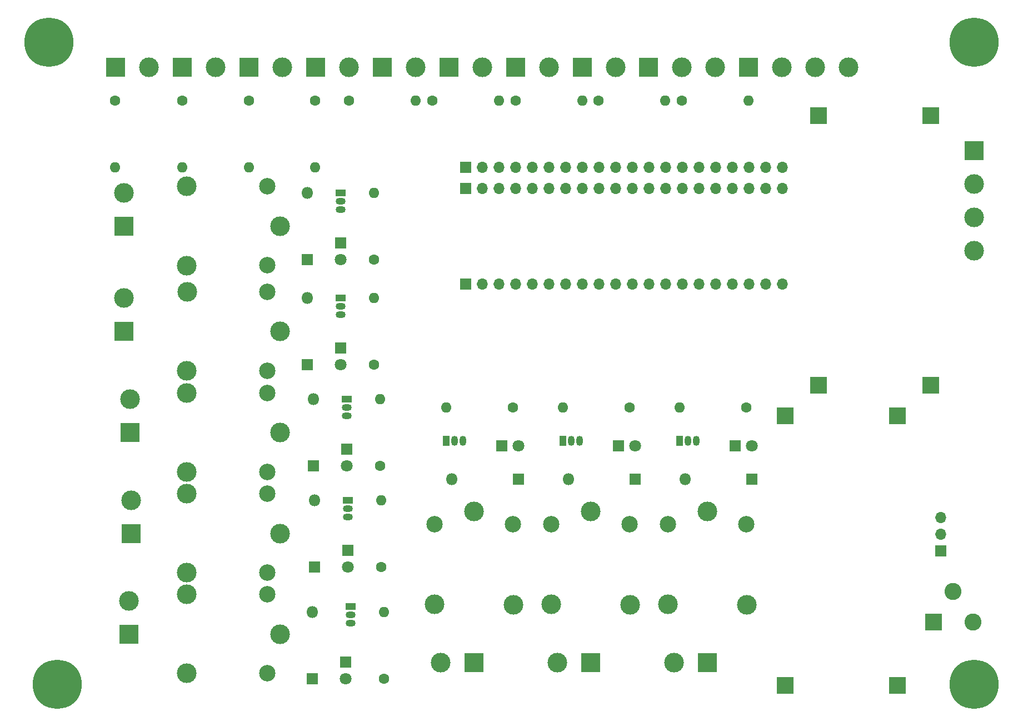
<source format=gbr>
%TF.GenerationSoftware,KiCad,Pcbnew,8.0.1*%
%TF.CreationDate,2024-04-18T20:35:38+03:00*%
%TF.ProjectId,oxygen_harvester,6f787967-656e-45f6-9861-727665737465,rev?*%
%TF.SameCoordinates,Original*%
%TF.FileFunction,Soldermask,Top*%
%TF.FilePolarity,Negative*%
%FSLAX46Y46*%
G04 Gerber Fmt 4.6, Leading zero omitted, Abs format (unit mm)*
G04 Created by KiCad (PCBNEW 8.0.1) date 2024-04-18 20:35:38*
%MOMM*%
%LPD*%
G01*
G04 APERTURE LIST*
%ADD10R,1.050000X1.500000*%
%ADD11O,1.050000X1.500000*%
%ADD12C,1.600000*%
%ADD13O,1.600000X1.600000*%
%ADD14C,3.000000*%
%ADD15C,2.500000*%
%ADD16R,3.000000X3.000000*%
%ADD17R,2.600000X2.600000*%
%ADD18C,2.600000*%
%ADD19C,7.500000*%
%ADD20R,1.800000X1.800000*%
%ADD21C,1.800000*%
%ADD22R,1.700000X1.700000*%
%ADD23O,1.700000X1.700000*%
%ADD24R,1.500000X1.050000*%
%ADD25O,1.500000X1.050000*%
%ADD26O,1.800000X1.800000*%
%ADD27R,2.500000X2.500000*%
G04 APERTURE END LIST*
D10*
%TO.C,Q7*%
X160880000Y-110240000D03*
D11*
X162150000Y-110240000D03*
X163420000Y-110240000D03*
%TD*%
D12*
%TO.C,R13*%
X102870000Y-58420000D03*
D13*
X102870000Y-68580000D03*
%TD*%
D14*
%TO.C,K7*%
X165100000Y-121040000D03*
D15*
X159050000Y-122990000D03*
D14*
X159050000Y-135190000D03*
X171100000Y-135240000D03*
D15*
X171050000Y-122990000D03*
%TD*%
D14*
%TO.C,K6*%
X147320000Y-121040000D03*
D15*
X141270000Y-122990000D03*
D14*
X141270000Y-135190000D03*
X153320000Y-135240000D03*
D15*
X153270000Y-122990000D03*
%TD*%
D16*
%TO.C,J17*%
X143510000Y-53340000D03*
D14*
X148590000Y-53340000D03*
%TD*%
D17*
%TO.C,J1*%
X217320000Y-137910000D03*
D18*
X223320000Y-137910000D03*
X220320000Y-133210000D03*
%TD*%
D16*
%TO.C,J12*%
X94740000Y-139700000D03*
D14*
X94740000Y-134620000D03*
%TD*%
D19*
%TO.C,H4*%
X82550000Y-49530000D03*
%TD*%
D20*
%TO.C,D14*%
X151560000Y-111000000D03*
D21*
X154100000Y-111000000D03*
%TD*%
D16*
%TO.C,J11*%
X95030000Y-124370000D03*
D14*
X95030000Y-119290000D03*
%TD*%
D12*
%TO.C,R2*%
X132080000Y-82660000D03*
D13*
X132080000Y-72500000D03*
%TD*%
D19*
%TO.C,H2*%
X83820000Y-147320000D03*
%TD*%
D22*
%TO.C,J2*%
X146055000Y-86360000D03*
D23*
X148595000Y-86360000D03*
X151135000Y-86360000D03*
X153675000Y-86360000D03*
X156215000Y-86360000D03*
X158755000Y-86360000D03*
X161295000Y-86360000D03*
X163835000Y-86360000D03*
X166375000Y-86360000D03*
X168915000Y-86360000D03*
X171455000Y-86360000D03*
X173995000Y-86360000D03*
X176535000Y-86360000D03*
X179075000Y-86360000D03*
X181615000Y-86360000D03*
X184155000Y-86360000D03*
X186695000Y-86360000D03*
X189235000Y-86360000D03*
X191775000Y-86360000D03*
X194315000Y-86360000D03*
%TD*%
D19*
%TO.C,H3*%
X223520000Y-49530000D03*
%TD*%
D12*
%TO.C,R1*%
X178990000Y-58420000D03*
D13*
X189150000Y-58420000D03*
%TD*%
D24*
%TO.C,Q3*%
X127880000Y-103940000D03*
D25*
X127880000Y-105210000D03*
X127880000Y-106480000D03*
%TD*%
D16*
%TO.C,J20*%
X153670000Y-53340000D03*
D14*
X158750000Y-53340000D03*
%TD*%
D16*
%TO.C,J9*%
X94000000Y-93610000D03*
D14*
X94000000Y-88530000D03*
%TD*%
D20*
%TO.C,D5*%
X127000000Y-80120000D03*
D21*
X127000000Y-82660000D03*
%TD*%
D14*
%TO.C,K2*%
X117740000Y-93610000D03*
D15*
X115790000Y-87560000D03*
D14*
X103590000Y-87560000D03*
X103540000Y-99610000D03*
D15*
X115790000Y-99560000D03*
%TD*%
D24*
%TO.C,Q4*%
X128050000Y-119290000D03*
D25*
X128050000Y-120560000D03*
X128050000Y-121830000D03*
%TD*%
D12*
%TO.C,R3*%
X132100000Y-98690000D03*
D13*
X132100000Y-88530000D03*
%TD*%
D20*
%TO.C,D16*%
X187120000Y-111000000D03*
D21*
X189660000Y-111000000D03*
%TD*%
D12*
%TO.C,R17*%
X92630000Y-58420000D03*
D13*
X92630000Y-68580000D03*
%TD*%
D12*
%TO.C,R12*%
X123110000Y-58420000D03*
D13*
X123110000Y-68580000D03*
%TD*%
D22*
%TO.C,SW1*%
X218440000Y-127000000D03*
D23*
X218440000Y-124460000D03*
X218440000Y-121920000D03*
%TD*%
D12*
%TO.C,R16*%
X113030000Y-58420000D03*
D13*
X113030000Y-68580000D03*
%TD*%
D20*
%TO.C,D8*%
X128050000Y-126910000D03*
D21*
X128050000Y-129450000D03*
%TD*%
D20*
%TO.C,D7*%
X127880000Y-111560000D03*
D21*
X127880000Y-114100000D03*
%TD*%
D12*
%TO.C,R11*%
X140970000Y-58420000D03*
D13*
X151130000Y-58420000D03*
%TD*%
D16*
%TO.C,J15*%
X182880000Y-144020000D03*
D14*
X177800000Y-144020000D03*
%TD*%
%TO.C,K4*%
X117720000Y-124370000D03*
D15*
X115770000Y-118320000D03*
D14*
X103570000Y-118320000D03*
X103520000Y-130370000D03*
D15*
X115770000Y-130320000D03*
%TD*%
D12*
%TO.C,R4*%
X132960000Y-114100000D03*
D13*
X132960000Y-103940000D03*
%TD*%
D16*
%TO.C,J23*%
X92710000Y-53340000D03*
D14*
X97790000Y-53340000D03*
%TD*%
D16*
%TO.C,J10*%
X94860000Y-109020000D03*
D14*
X94860000Y-103940000D03*
%TD*%
D12*
%TO.C,R5*%
X133130000Y-129450000D03*
D13*
X133130000Y-119290000D03*
%TD*%
D16*
%TO.C,J18*%
X123190000Y-53340000D03*
D14*
X128270000Y-53340000D03*
%TD*%
D20*
%TO.C,D1*%
X121920000Y-82660000D03*
D26*
X121920000Y-72500000D03*
%TD*%
D16*
%TO.C,J19*%
X102870000Y-53340000D03*
D14*
X107950000Y-53340000D03*
%TD*%
D10*
%TO.C,Q6*%
X143100000Y-110240000D03*
D11*
X144370000Y-110240000D03*
X145640000Y-110240000D03*
%TD*%
D12*
%TO.C,R9*%
X188820000Y-105160000D03*
D13*
X178660000Y-105160000D03*
%TD*%
D27*
%TO.C,U1*%
X199805000Y-101810000D03*
X216865000Y-101810000D03*
X199805000Y-60750000D03*
X216865000Y-60750000D03*
%TD*%
D22*
%TO.C,J4*%
X146060000Y-71860000D03*
D23*
X148600000Y-71860000D03*
X151140000Y-71860000D03*
X153680000Y-71860000D03*
X156220000Y-71860000D03*
X158760000Y-71860000D03*
X161300000Y-71860000D03*
X163840000Y-71860000D03*
X166380000Y-71860000D03*
X168920000Y-71860000D03*
X171460000Y-71860000D03*
X174000000Y-71860000D03*
X176540000Y-71860000D03*
X179080000Y-71860000D03*
X181620000Y-71860000D03*
X184160000Y-71860000D03*
X186700000Y-71860000D03*
X189240000Y-71860000D03*
X191780000Y-71860000D03*
X194320000Y-71860000D03*
%TD*%
D12*
%TO.C,R14*%
X153670000Y-58420000D03*
D13*
X163830000Y-58420000D03*
%TD*%
D16*
%TO.C,J13*%
X147320000Y-144020000D03*
D14*
X142240000Y-144020000D03*
%TD*%
D20*
%TO.C,D4*%
X122970000Y-129450000D03*
D26*
X122970000Y-119290000D03*
%TD*%
D12*
%TO.C,R15*%
X128270000Y-58420000D03*
D13*
X138430000Y-58420000D03*
%TD*%
D16*
%TO.C,J5*%
X223520000Y-66040000D03*
D14*
X223520000Y-71120000D03*
X223520000Y-76200000D03*
X223520000Y-81280000D03*
%TD*%
D12*
%TO.C,R7*%
X153260000Y-105160000D03*
D13*
X143100000Y-105160000D03*
%TD*%
D16*
%TO.C,J22*%
X113030000Y-53340000D03*
D14*
X118110000Y-53340000D03*
%TD*%
%TO.C,K1*%
X117720000Y-77580000D03*
D15*
X115770000Y-71530000D03*
D14*
X103570000Y-71530000D03*
X103520000Y-83580000D03*
D15*
X115770000Y-83530000D03*
%TD*%
D24*
%TO.C,Q1*%
X127000000Y-72500000D03*
D25*
X127000000Y-73770000D03*
X127000000Y-75040000D03*
%TD*%
D16*
%TO.C,J16*%
X163830000Y-53340000D03*
D14*
X168910000Y-53340000D03*
%TD*%
D16*
%TO.C,J14*%
X165100000Y-144020000D03*
D14*
X160020000Y-144020000D03*
%TD*%
D16*
%TO.C,J8*%
X93980000Y-77580000D03*
D14*
X93980000Y-72500000D03*
%TD*%
D16*
%TO.C,J6*%
X173910000Y-53340000D03*
D14*
X178990000Y-53340000D03*
X184070000Y-53340000D03*
%TD*%
D20*
%TO.C,D15*%
X169340000Y-111000000D03*
D21*
X171880000Y-111000000D03*
%TD*%
D12*
%TO.C,R6*%
X133600000Y-146480000D03*
D13*
X133600000Y-136320000D03*
%TD*%
D20*
%TO.C,D13*%
X127760000Y-143940000D03*
D21*
X127760000Y-146480000D03*
%TD*%
D14*
%TO.C,K8*%
X182880000Y-121040000D03*
D15*
X176830000Y-122990000D03*
D14*
X176830000Y-135190000D03*
X188880000Y-135240000D03*
D15*
X188830000Y-122990000D03*
%TD*%
D27*
%TO.C,U2*%
X194725000Y-147530000D03*
X211785000Y-147530000D03*
X194725000Y-106470000D03*
X211785000Y-106470000D03*
%TD*%
D20*
%TO.C,D3*%
X122800000Y-114100000D03*
D26*
X122800000Y-103940000D03*
%TD*%
D14*
%TO.C,K5*%
X117720000Y-139700000D03*
D15*
X115770000Y-133650000D03*
D14*
X103570000Y-133650000D03*
X103520000Y-145700000D03*
D15*
X115770000Y-145650000D03*
%TD*%
D16*
%TO.C,J7*%
X189150000Y-53340000D03*
D14*
X194230000Y-53340000D03*
X199310000Y-53340000D03*
X204390000Y-53340000D03*
%TD*%
D16*
%TO.C,J21*%
X133350000Y-53340000D03*
D14*
X138430000Y-53340000D03*
%TD*%
D20*
%TO.C,D6*%
X127020000Y-96150000D03*
D21*
X127020000Y-98690000D03*
%TD*%
D12*
%TO.C,R8*%
X171040000Y-105160000D03*
D13*
X160880000Y-105160000D03*
%TD*%
D22*
%TO.C,J3*%
X146060000Y-68580000D03*
D23*
X148600000Y-68580000D03*
X151140000Y-68580000D03*
X153680000Y-68580000D03*
X156220000Y-68580000D03*
X158760000Y-68580000D03*
X161300000Y-68580000D03*
X163840000Y-68580000D03*
X166380000Y-68580000D03*
X168920000Y-68580000D03*
X171460000Y-68580000D03*
X174000000Y-68580000D03*
X176540000Y-68580000D03*
X179080000Y-68580000D03*
X181620000Y-68580000D03*
X184160000Y-68580000D03*
X186700000Y-68580000D03*
X189240000Y-68580000D03*
X191780000Y-68580000D03*
X194320000Y-68580000D03*
%TD*%
D19*
%TO.C,H1*%
X223520000Y-147320000D03*
%TD*%
D20*
%TO.C,D12*%
X189660000Y-116080000D03*
D26*
X179500000Y-116080000D03*
%TD*%
D20*
%TO.C,D11*%
X171880000Y-116080000D03*
D26*
X161720000Y-116080000D03*
%TD*%
D10*
%TO.C,Q8*%
X178660000Y-110240000D03*
D11*
X179930000Y-110240000D03*
X181200000Y-110240000D03*
%TD*%
D20*
%TO.C,D10*%
X154100000Y-116080000D03*
D26*
X143940000Y-116080000D03*
%TD*%
D24*
%TO.C,Q5*%
X128520000Y-135480000D03*
D25*
X128520000Y-136750000D03*
X128520000Y-138020000D03*
%TD*%
D14*
%TO.C,K3*%
X117720000Y-109020000D03*
D15*
X115770000Y-102970000D03*
D14*
X103570000Y-102970000D03*
X103520000Y-115020000D03*
D15*
X115770000Y-114970000D03*
%TD*%
D12*
%TO.C,R10*%
X166290000Y-58420000D03*
D13*
X176450000Y-58420000D03*
%TD*%
D20*
%TO.C,D9*%
X122680000Y-146480000D03*
D26*
X122680000Y-136320000D03*
%TD*%
D20*
%TO.C,D2*%
X121940000Y-98690000D03*
D26*
X121940000Y-88530000D03*
%TD*%
D24*
%TO.C,Q2*%
X127020000Y-88530000D03*
D25*
X127020000Y-89800000D03*
X127020000Y-91070000D03*
%TD*%
M02*

</source>
